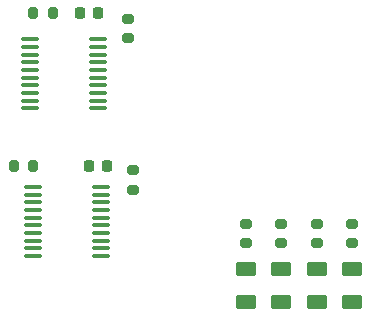
<source format=gtp>
G04 #@! TF.GenerationSoftware,KiCad,Pcbnew,8.0.8-8.0.8-0~ubuntu22.04.1*
G04 #@! TF.CreationDate,2025-01-23T22:17:41+01:00*
G04 #@! TF.ProjectId,glm5va,676c6d35-7661-42e6-9b69-6361645f7063,v1.0*
G04 #@! TF.SameCoordinates,Original*
G04 #@! TF.FileFunction,Paste,Top*
G04 #@! TF.FilePolarity,Positive*
%FSLAX46Y46*%
G04 Gerber Fmt 4.6, Leading zero omitted, Abs format (unit mm)*
G04 Created by KiCad (PCBNEW 8.0.8-8.0.8-0~ubuntu22.04.1) date 2025-01-23 22:17:41*
%MOMM*%
%LPD*%
G01*
G04 APERTURE LIST*
G04 Aperture macros list*
%AMRoundRect*
0 Rectangle with rounded corners*
0 $1 Rounding radius*
0 $2 $3 $4 $5 $6 $7 $8 $9 X,Y pos of 4 corners*
0 Add a 4 corners polygon primitive as box body*
4,1,4,$2,$3,$4,$5,$6,$7,$8,$9,$2,$3,0*
0 Add four circle primitives for the rounded corners*
1,1,$1+$1,$2,$3*
1,1,$1+$1,$4,$5*
1,1,$1+$1,$6,$7*
1,1,$1+$1,$8,$9*
0 Add four rect primitives between the rounded corners*
20,1,$1+$1,$2,$3,$4,$5,0*
20,1,$1+$1,$4,$5,$6,$7,0*
20,1,$1+$1,$6,$7,$8,$9,0*
20,1,$1+$1,$8,$9,$2,$3,0*%
G04 Aperture macros list end*
%ADD10RoundRect,0.225000X-0.225000X-0.250000X0.225000X-0.250000X0.225000X0.250000X-0.225000X0.250000X0*%
%ADD11RoundRect,0.200000X0.200000X0.275000X-0.200000X0.275000X-0.200000X-0.275000X0.200000X-0.275000X0*%
%ADD12RoundRect,0.250000X-0.625000X0.375000X-0.625000X-0.375000X0.625000X-0.375000X0.625000X0.375000X0*%
%ADD13RoundRect,0.200000X0.275000X-0.200000X0.275000X0.200000X-0.275000X0.200000X-0.275000X-0.200000X0*%
%ADD14RoundRect,0.100000X-0.637500X-0.100000X0.637500X-0.100000X0.637500X0.100000X-0.637500X0.100000X0*%
G04 APERTURE END LIST*
D10*
X137725000Y-87000000D03*
X139275000Y-87000000D03*
D11*
X134650000Y-74000000D03*
X133000000Y-74000000D03*
D12*
X157000000Y-95700000D03*
X157000000Y-98500000D03*
X151000000Y-95700000D03*
X151000000Y-98500000D03*
D11*
X133000000Y-87000000D03*
X131350000Y-87000000D03*
D13*
X141500000Y-89000000D03*
X141500000Y-87350000D03*
X154000000Y-93500000D03*
X154000000Y-91850000D03*
X151000000Y-93500000D03*
X151000000Y-91850000D03*
X160000000Y-93500000D03*
X160000000Y-91850000D03*
D14*
X133000000Y-88750000D03*
X133000000Y-89400000D03*
X133000000Y-90050000D03*
X133000000Y-90700000D03*
X133000000Y-91350000D03*
X133000000Y-92000000D03*
X133000000Y-92650000D03*
X133000000Y-93300000D03*
X133000000Y-93950000D03*
X133000000Y-94600000D03*
X138725000Y-94600000D03*
X138725000Y-93950000D03*
X138725000Y-93300000D03*
X138725000Y-92650000D03*
X138725000Y-92000000D03*
X138725000Y-91350000D03*
X138725000Y-90700000D03*
X138725000Y-90050000D03*
X138725000Y-89400000D03*
X138725000Y-88750000D03*
D12*
X160000000Y-95700000D03*
X160000000Y-98500000D03*
D13*
X141000000Y-76150000D03*
X141000000Y-74500000D03*
X157000000Y-93500000D03*
X157000000Y-91850000D03*
D14*
X132775000Y-76250000D03*
X132775000Y-76900000D03*
X132775000Y-77550000D03*
X132775000Y-78200000D03*
X132775000Y-78850000D03*
X132775000Y-79500000D03*
X132775000Y-80150000D03*
X132775000Y-80800000D03*
X132775000Y-81450000D03*
X132775000Y-82100000D03*
X138500000Y-82100000D03*
X138500000Y-81450000D03*
X138500000Y-80800000D03*
X138500000Y-80150000D03*
X138500000Y-79500000D03*
X138500000Y-78850000D03*
X138500000Y-78200000D03*
X138500000Y-77550000D03*
X138500000Y-76900000D03*
X138500000Y-76250000D03*
D12*
X154000000Y-95700000D03*
X154000000Y-98500000D03*
D10*
X136950000Y-74000000D03*
X138500000Y-74000000D03*
M02*

</source>
